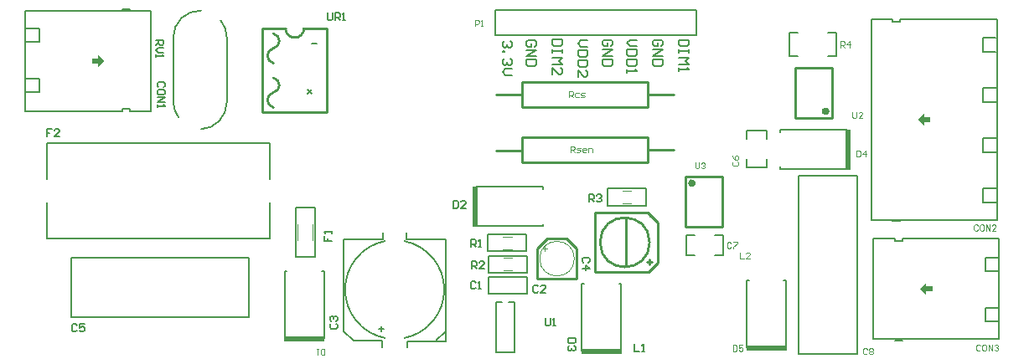
<source format=gto>
G04 Layer_Color=65535*
%FSLAX44Y44*%
%MOMM*%
G71*
G01*
G75*
%ADD28C,0.7620*%
%ADD31C,0.2540*%
%ADD43C,0.1000*%
%ADD44C,0.2000*%
%ADD45C,0.1270*%
%ADD46C,0.1778*%
%ADD47C,0.1780*%
%ADD48C,0.1016*%
%ADD49R,0.5080X4.1656*%
%ADD50R,4.1656X0.5080*%
G36*
X915162Y-286512D02*
X921512D01*
Y-291592D01*
X915162D01*
Y-295402D01*
X908812Y-289052D01*
X915162Y-282702D01*
Y-286512D01*
D02*
G37*
G36*
X913130Y-114808D02*
X919480D01*
Y-119888D01*
X913130D01*
Y-123698D01*
X906780Y-117348D01*
X913130Y-110998D01*
Y-114808D01*
D02*
G37*
G36*
X85090Y-58166D02*
X78740Y-64516D01*
Y-60706D01*
X72390D01*
Y-55626D01*
X78740D01*
Y-51816D01*
X85090Y-58166D01*
D02*
G37*
D28*
X678561Y-181864D02*
G03*
X678584Y-181857I-318J1030D01*
G01*
X813689Y-109220D02*
G03*
X813666Y-109227I318J-1030D01*
G01*
D31*
X267967Y-25418D02*
G03*
X286667Y-25319I9350J49D01*
G01*
X255727Y-45542D02*
G03*
X255727Y-30531I-1702J7506D01*
G01*
Y-45517D02*
G03*
X255727Y-60528I1702J-7506D01*
G01*
Y-90246D02*
G03*
X255727Y-75235I-1702J7506D01*
G01*
Y-90221D02*
G03*
X255727Y-105232I1702J-7506D01*
G01*
X635870Y-241808D02*
G03*
X635870Y-241808I-25000J0D01*
G01*
X671703Y-175260D02*
X709549D01*
Y-226060D02*
Y-175260D01*
X671703Y-226060D02*
X709549D01*
X671703D02*
Y-175260D01*
X481076Y-148590D02*
X506730D01*
X506476Y-148336D02*
X506730Y-148082D01*
Y-135382D01*
X633730D01*
Y-160782D02*
Y-135382D01*
X506730Y-160782D02*
X633730D01*
X506730D02*
Y-148590D01*
X633730Y-148082D02*
X660146D01*
X481076Y-92456D02*
X506730D01*
X506476Y-92202D02*
X506730Y-91948D01*
Y-79248D01*
X633730D01*
Y-104648D02*
Y-79248D01*
X506730Y-104648D02*
X633730D01*
X506730D02*
Y-92456D01*
X633730Y-91948D02*
X660146D01*
X782701Y-115824D02*
X820547D01*
X782701D02*
Y-65024D01*
X820547D01*
Y-115824D02*
Y-65024D01*
X309870Y-110419D02*
Y-25418D01*
X244866Y-110419D02*
X309867D01*
X244869D02*
Y-25418D01*
X286768D02*
X309870D01*
X244869D02*
X267970D01*
X552290Y-238318D02*
X562290Y-248318D01*
X532290Y-238318D02*
X552290D01*
X522290Y-248318D02*
X532290Y-238318D01*
X522290Y-278318D02*
Y-248318D01*
Y-278318D02*
X562290D01*
Y-248318D01*
X633370Y-261808D02*
X638370D01*
X580870Y-271808D02*
Y-211808D01*
X643870Y-223808D02*
Y-221808D01*
X633870Y-211808D02*
X643870Y-221808D01*
Y-262808D02*
Y-260808D01*
X635870Y-270808D02*
X643870Y-262808D01*
X580870Y-211808D02*
X633870D01*
X635870Y-213808D02*
X643870Y-221808D01*
X580870Y-271808D02*
X634870D01*
X643870Y-262808D01*
Y-221808D01*
X611870Y-265808D02*
Y-217808D01*
X635870Y-264308D02*
Y-259308D01*
D43*
X559790Y-258318D02*
G03*
X559790Y-258318I-17500J0D01*
G01*
X529790Y-248318D02*
Y-245818D01*
Y-250818D02*
Y-248318D01*
X527290D02*
X532290D01*
X844804Y-149196D02*
Y-155194D01*
X847803D01*
X848803Y-154194D01*
Y-150196D01*
X847803Y-149196D01*
X844804D01*
X853801Y-155194D02*
Y-149196D01*
X850802Y-152195D01*
X854801D01*
X720090Y-345790D02*
Y-351788D01*
X723089D01*
X724089Y-350788D01*
Y-346790D01*
X723089Y-345790D01*
X720090D01*
X730087D02*
X726088D01*
Y-348789D01*
X728087Y-347789D01*
X729087D01*
X730087Y-348789D01*
Y-350788D01*
X729087Y-351788D01*
X727088D01*
X726088Y-350788D01*
X307467Y-355629D02*
Y-349631D01*
X304468D01*
X303468Y-350631D01*
Y-354629D01*
X304468Y-355629D01*
X307467D01*
X301469Y-349631D02*
X299470D01*
X300469D01*
Y-355629D01*
X301469Y-354629D01*
X855661Y-350164D02*
X854661Y-349164D01*
X852662D01*
X851662Y-350164D01*
Y-354162D01*
X852662Y-355162D01*
X854661D01*
X855661Y-354162D01*
X857660Y-350164D02*
X858660Y-349164D01*
X860659D01*
X861659Y-350164D01*
Y-351163D01*
X860659Y-352163D01*
X861659Y-353163D01*
Y-354162D01*
X860659Y-355162D01*
X858660D01*
X857660Y-354162D01*
Y-353163D01*
X858660Y-352163D01*
X857660Y-351163D01*
Y-350164D01*
X858660Y-352163D02*
X860659D01*
X681990Y-161134D02*
Y-166132D01*
X682990Y-167132D01*
X684989D01*
X685989Y-166132D01*
Y-161134D01*
X687988Y-162134D02*
X688988Y-161134D01*
X690987D01*
X691987Y-162134D01*
Y-163133D01*
X690987Y-164133D01*
X689987D01*
X690987D01*
X691987Y-165133D01*
Y-166132D01*
X690987Y-167132D01*
X688988D01*
X687988Y-166132D01*
X556006Y-150368D02*
Y-144370D01*
X559005D01*
X560005Y-145370D01*
Y-147369D01*
X559005Y-148369D01*
X556006D01*
X558005D02*
X560005Y-150368D01*
X562004D02*
X565003D01*
X566003Y-149368D01*
X565003Y-148369D01*
X563004D01*
X562004Y-147369D01*
X563004Y-146369D01*
X566003D01*
X571001Y-150368D02*
X569002D01*
X568002Y-149368D01*
Y-147369D01*
X569002Y-146369D01*
X571001D01*
X572001Y-147369D01*
Y-148369D01*
X568002D01*
X574000Y-150368D02*
Y-146369D01*
X576999D01*
X577999Y-147369D01*
Y-150368D01*
X727202Y-252066D02*
Y-258064D01*
X731201D01*
X737199D02*
X733200D01*
X737199Y-254065D01*
Y-253066D01*
X736199Y-252066D01*
X734200D01*
X733200Y-253066D01*
X970215Y-346284D02*
X969215Y-345284D01*
X967216D01*
X966216Y-346284D01*
Y-350282D01*
X967216Y-351282D01*
X969215D01*
X970215Y-350282D01*
X975213Y-345284D02*
X973214D01*
X972214Y-346284D01*
Y-350282D01*
X973214Y-351282D01*
X975213D01*
X976213Y-350282D01*
Y-346284D01*
X975213Y-345284D01*
X978212Y-351282D02*
Y-345284D01*
X982211Y-351282D01*
Y-345284D01*
X984210Y-346284D02*
X985210Y-345284D01*
X987209D01*
X988209Y-346284D01*
Y-347283D01*
X987209Y-348283D01*
X986209D01*
X987209D01*
X988209Y-349283D01*
Y-350282D01*
X987209Y-351282D01*
X985210D01*
X984210Y-350282D01*
X718247Y-242652D02*
X717247Y-241652D01*
X715248D01*
X714248Y-242652D01*
Y-246650D01*
X715248Y-247650D01*
X717247D01*
X718247Y-246650D01*
X720246Y-241652D02*
X724245D01*
Y-242652D01*
X720246Y-246650D01*
Y-247650D01*
X554482Y-94742D02*
Y-88744D01*
X557481D01*
X558481Y-89744D01*
Y-91743D01*
X557481Y-92743D01*
X554482D01*
X556481D02*
X558481Y-94742D01*
X564479Y-90743D02*
X561480D01*
X560480Y-91743D01*
Y-93742D01*
X561480Y-94742D01*
X564479D01*
X566478D02*
X569477D01*
X570477Y-93742D01*
X569477Y-92743D01*
X567478D01*
X566478Y-91743D01*
X567478Y-90743D01*
X570477D01*
X828824Y-44450D02*
Y-38452D01*
X831823D01*
X832823Y-39452D01*
Y-41451D01*
X831823Y-42451D01*
X828824D01*
X830823D02*
X832823Y-44450D01*
X837821D02*
Y-38452D01*
X834822Y-41451D01*
X838821D01*
X967675Y-224872D02*
X966675Y-223872D01*
X964676D01*
X963676Y-224872D01*
Y-228870D01*
X964676Y-229870D01*
X966675D01*
X967675Y-228870D01*
X972673Y-223872D02*
X970674D01*
X969674Y-224872D01*
Y-228870D01*
X970674Y-229870D01*
X972673D01*
X973673Y-228870D01*
Y-224872D01*
X972673Y-223872D01*
X975672Y-229870D02*
Y-223872D01*
X979671Y-229870D01*
Y-223872D01*
X985669Y-229870D02*
X981670D01*
X985669Y-225871D01*
Y-224872D01*
X984669Y-223872D01*
X982670D01*
X981670Y-224872D01*
X720299Y-160212D02*
X719299Y-161212D01*
Y-163211D01*
X720299Y-164211D01*
X724297D01*
X725297Y-163211D01*
Y-161212D01*
X724297Y-160212D01*
X719299Y-154214D02*
X720299Y-156214D01*
X722298Y-158213D01*
X724297D01*
X725297Y-157213D01*
Y-155214D01*
X724297Y-154214D01*
X723298D01*
X722298Y-155214D01*
Y-158213D01*
X840994Y-110080D02*
Y-115078D01*
X841994Y-116078D01*
X843993D01*
X844993Y-115078D01*
Y-110080D01*
X850991Y-116078D02*
X846992D01*
X850991Y-112079D01*
Y-111080D01*
X849991Y-110080D01*
X847992D01*
X846992Y-111080D01*
X459486Y-22860D02*
Y-16862D01*
X462485D01*
X463485Y-17862D01*
Y-19861D01*
X462485Y-20861D01*
X459486D01*
X465484Y-22860D02*
X467483D01*
X466484D01*
Y-16862D01*
X465484Y-17862D01*
D44*
X154610Y-100310D02*
G03*
X160140Y-115670I26980J1038D01*
G01*
X182648Y-127290D02*
G03*
X208610Y-100310I-1038J26980D01*
G01*
Y-34310D02*
G03*
X202596Y-17322I-27000J0D01*
G01*
X182609Y-7329D02*
G03*
X154610Y-34310I-999J-26981D01*
G01*
X479552Y-32258D02*
X682752D01*
Y-6858D01*
X479552D02*
X682752D01*
X479552Y-32258D02*
Y-6858D01*
X208610Y-100310D02*
Y-34310D01*
X154610Y-100310D02*
Y-34310D01*
X493141Y-302514D02*
X499756D01*
Y-353314D02*
Y-302514D01*
X480706Y-353314D02*
X499756D01*
X480706D02*
Y-302514D01*
X486791D01*
D45*
X368400Y-240531D02*
G03*
X368400Y-338589I9806J-49029D01*
G01*
X388206Y-338618D02*
G03*
X388206Y-240560I-9806J49029D01*
G01*
X251946Y-237738D02*
Y-201738D01*
X26946Y-237738D02*
X251946D01*
X26946D02*
Y-201738D01*
Y-177738D02*
Y-141738D01*
X251946D01*
Y-177738D02*
Y-141738D01*
X472694Y-250952D02*
X511556D01*
Y-233934D01*
X472694D02*
X511556D01*
X472694Y-250952D02*
Y-233934D01*
X278384Y-256794D02*
Y-206502D01*
Y-256794D02*
X297942D01*
Y-206502D01*
X278384D02*
X297942D01*
X473456Y-276606D02*
X512318D01*
X473456Y-293624D02*
Y-276606D01*
Y-293624D02*
X512318D01*
Y-276606D01*
X473456Y-255270D02*
X512318D01*
X473456Y-272288D02*
Y-255270D01*
Y-272288D02*
X512318D01*
Y-255270D01*
X429706Y-341810D02*
Y-238810D01*
X429706Y-341810D02*
X429706Y-341810D01*
X390956Y-341810D02*
X429706D01*
X390956D02*
X419706D01*
X411206D02*
X411206Y-341810D01*
X390956Y-341810D02*
X411206D01*
X419706Y-341560D02*
X429706Y-331560D01*
X390956Y-341810D02*
X404706D01*
X389956Y-238810D02*
Y-232060D01*
X326706Y-331560D02*
X336706Y-341560D01*
X365956D01*
X390956Y-348310D02*
Y-341810D01*
X365956Y-348310D02*
Y-341810D01*
X389956Y-238810D02*
X429706D01*
X389956Y-238810D02*
X389956Y-238810D01*
X326706Y-331560D02*
Y-238810D01*
X366456D02*
Y-231810D01*
X326706Y-238810D02*
X366456D01*
X593090Y-204470D02*
X631952D01*
Y-187452D01*
X593090D02*
X631952D01*
X593090Y-204470D02*
Y-187452D01*
X495503Y-37846D02*
X497169Y-39512D01*
Y-42844D01*
X495503Y-44510D01*
X493837D01*
X492170Y-42844D01*
Y-41178D01*
Y-42844D01*
X490504Y-44510D01*
X488838D01*
X487172Y-42844D01*
Y-39512D01*
X488838Y-37846D01*
X487172Y-47843D02*
X488838D01*
Y-49509D01*
X487172D01*
Y-47843D01*
X495503Y-56173D02*
X497169Y-57840D01*
Y-61172D01*
X495503Y-62838D01*
X493837D01*
X492170Y-61172D01*
Y-59506D01*
Y-61172D01*
X490504Y-62838D01*
X488838D01*
X487172Y-61172D01*
Y-57840D01*
X488838Y-56173D01*
X497169Y-66170D02*
X490504D01*
X487172Y-69503D01*
X490504Y-72835D01*
X497169D01*
X519379Y-43748D02*
X521045Y-42082D01*
Y-38750D01*
X519379Y-37084D01*
X512714D01*
X511048Y-38750D01*
Y-42082D01*
X512714Y-43748D01*
X516046D01*
Y-40416D01*
X511048Y-47081D02*
X521045D01*
X511048Y-53745D01*
X521045D01*
Y-57078D02*
X511048D01*
Y-62076D01*
X512714Y-63742D01*
X519379D01*
X521045Y-62076D01*
Y-57078D01*
X547461Y-36576D02*
X537464D01*
Y-41574D01*
X539130Y-43240D01*
X545795D01*
X547461Y-41574D01*
Y-36576D01*
Y-46573D02*
Y-49905D01*
Y-48239D01*
X537464D01*
Y-46573D01*
Y-49905D01*
Y-54903D02*
X547461D01*
X544128Y-58236D01*
X547461Y-61568D01*
X537464D01*
Y-71565D02*
Y-64900D01*
X544128Y-71565D01*
X545795D01*
X547461Y-69899D01*
Y-66566D01*
X545795Y-64900D01*
X547461Y-36576D02*
X537464D01*
Y-41574D01*
X539130Y-43240D01*
X545795D01*
X547461Y-41574D01*
Y-36576D01*
Y-46573D02*
Y-49905D01*
Y-48239D01*
X537464D01*
Y-46573D01*
Y-49905D01*
Y-54903D02*
X547461D01*
X544128Y-58236D01*
X547461Y-61568D01*
X537464D01*
Y-71565D02*
Y-64900D01*
X544128Y-71565D01*
X545795D01*
X547461Y-69899D01*
Y-66566D01*
X545795Y-64900D01*
X573369Y-37592D02*
X566704D01*
X563372Y-40924D01*
X566704Y-44257D01*
X573369D01*
Y-47589D02*
X563372D01*
Y-52587D01*
X565038Y-54253D01*
X571703D01*
X573369Y-52587D01*
Y-47589D01*
Y-57586D02*
X563372D01*
Y-62584D01*
X565038Y-64250D01*
X571703D01*
X573369Y-62584D01*
Y-57586D01*
X563372Y-74247D02*
Y-67582D01*
X570037Y-74247D01*
X571703D01*
X573369Y-72581D01*
Y-69248D01*
X571703Y-67582D01*
X596849Y-43495D02*
X598515Y-41828D01*
Y-38496D01*
X596849Y-36830D01*
X590184D01*
X588518Y-38496D01*
Y-41828D01*
X590184Y-43495D01*
X593516D01*
Y-40162D01*
X588518Y-46827D02*
X598515D01*
X588518Y-53491D01*
X598515D01*
Y-56824D02*
X588518D01*
Y-61822D01*
X590184Y-63488D01*
X596849D01*
X598515Y-61822D01*
Y-56824D01*
X623153Y-36830D02*
X616488D01*
X613156Y-40162D01*
X616488Y-43495D01*
X623153D01*
Y-46827D02*
X613156D01*
Y-51825D01*
X614822Y-53491D01*
X621487D01*
X623153Y-51825D01*
Y-46827D01*
Y-56824D02*
X613156D01*
Y-61822D01*
X614822Y-63488D01*
X621487D01*
X623153Y-61822D01*
Y-56824D01*
X613156Y-66820D02*
Y-70153D01*
Y-68486D01*
X623153D01*
X621487Y-66820D01*
X647649Y-43495D02*
X649315Y-41828D01*
Y-38496D01*
X647649Y-36830D01*
X640984D01*
X639318Y-38496D01*
Y-41828D01*
X640984Y-43495D01*
X644316D01*
Y-40162D01*
X639318Y-46827D02*
X649315D01*
X639318Y-53491D01*
X649315D01*
Y-56824D02*
X639318D01*
Y-61822D01*
X640984Y-63488D01*
X647649D01*
X649315Y-61822D01*
Y-56824D01*
X675477Y-36830D02*
X665480D01*
Y-41828D01*
X667146Y-43495D01*
X673811D01*
X675477Y-41828D01*
Y-36830D01*
Y-46827D02*
Y-50159D01*
Y-48493D01*
X665480D01*
Y-46827D01*
Y-50159D01*
Y-55157D02*
X675477D01*
X672144Y-58490D01*
X675477Y-61822D01*
X665480D01*
Y-65154D02*
Y-68486D01*
Y-66820D01*
X675477D01*
X673811Y-65154D01*
X310388Y-9401D02*
Y-15748D01*
X311658Y-17018D01*
X314197D01*
X315466Y-15748D01*
Y-9401D01*
X318006Y-17018D02*
Y-9401D01*
X321814D01*
X323084Y-10670D01*
Y-13209D01*
X321814Y-14479D01*
X318006D01*
X320545D02*
X323084Y-17018D01*
X325623D02*
X328162D01*
X326893D01*
Y-9401D01*
X325623Y-10670D01*
X530352Y-318519D02*
Y-324866D01*
X531622Y-326136D01*
X534161D01*
X535430Y-324866D01*
Y-318519D01*
X537970Y-326136D02*
X540509D01*
X539239D01*
Y-318519D01*
X537970Y-319788D01*
X137160Y-36830D02*
X144777D01*
Y-40639D01*
X143508Y-41908D01*
X140969D01*
X139699Y-40639D01*
Y-36830D01*
Y-39369D02*
X137160Y-41908D01*
X144777Y-44447D02*
X139699D01*
X137160Y-46987D01*
X139699Y-49526D01*
X144777D01*
X137160Y-52065D02*
Y-54604D01*
Y-53335D01*
X144777D01*
X143508Y-52065D01*
X574548Y-200660D02*
Y-193043D01*
X578357D01*
X579626Y-194312D01*
Y-196851D01*
X578357Y-198121D01*
X574548D01*
X577087D02*
X579626Y-200660D01*
X582165Y-194312D02*
X583435Y-193043D01*
X585974D01*
X587244Y-194312D01*
Y-195582D01*
X585974Y-196851D01*
X584705D01*
X585974D01*
X587244Y-198121D01*
Y-199390D01*
X585974Y-200660D01*
X583435D01*
X582165Y-199390D01*
X455930Y-268732D02*
Y-261115D01*
X459739D01*
X461008Y-262384D01*
Y-264923D01*
X459739Y-266193D01*
X455930D01*
X458469D02*
X461008Y-268732D01*
X468626D02*
X463548D01*
X468626Y-263654D01*
Y-262384D01*
X467356Y-261115D01*
X464817D01*
X463548Y-262384D01*
X455422Y-246380D02*
Y-238762D01*
X459231D01*
X460500Y-240032D01*
Y-242571D01*
X459231Y-243841D01*
X455422D01*
X457961D02*
X460500Y-246380D01*
X463040D02*
X465579D01*
X464309D01*
Y-238762D01*
X463040Y-240032D01*
X620776Y-344935D02*
Y-352552D01*
X625854D01*
X628394D02*
X630933D01*
X629663D01*
Y-344935D01*
X628394Y-346204D01*
X307089Y-235206D02*
Y-240284D01*
X310897D01*
Y-237745D01*
Y-240284D01*
X314706D01*
Y-232666D02*
Y-230127D01*
Y-231397D01*
X307089D01*
X308358Y-232666D01*
X32002Y-127256D02*
X26924D01*
Y-131065D01*
X29463D01*
X26924D01*
Y-134874D01*
X39620D02*
X34541D01*
X39620Y-129796D01*
Y-128526D01*
X38350Y-127256D01*
X35811D01*
X34541Y-128526D01*
X560830Y-338836D02*
X553212D01*
Y-342645D01*
X554482Y-343914D01*
X559560D01*
X560830Y-342645D01*
Y-338836D01*
X559560Y-346454D02*
X560830Y-347723D01*
Y-350262D01*
X559560Y-351532D01*
X558290D01*
X557021Y-350262D01*
Y-348993D01*
Y-350262D01*
X555751Y-351532D01*
X554482D01*
X553212Y-350262D01*
Y-347723D01*
X554482Y-346454D01*
X437388Y-199646D02*
Y-207264D01*
X441197D01*
X442466Y-205994D01*
Y-200916D01*
X441197Y-199646D01*
X437388D01*
X450084Y-207264D02*
X445005D01*
X450084Y-202186D01*
Y-200916D01*
X448814Y-199646D01*
X446275D01*
X445005Y-200916D01*
X145032Y-84834D02*
X146301Y-83565D01*
Y-81026D01*
X145032Y-79756D01*
X139954D01*
X138684Y-81026D01*
Y-83565D01*
X139954Y-84834D01*
X146301Y-91182D02*
Y-88643D01*
X145032Y-87374D01*
X139954D01*
X138684Y-88643D01*
Y-91182D01*
X139954Y-92452D01*
X145032D01*
X146301Y-91182D01*
X138684Y-94991D02*
X146301D01*
X138684Y-100069D01*
X146301D01*
X138684Y-102609D02*
Y-105148D01*
Y-103878D01*
X146301D01*
X145032Y-102609D01*
X574292Y-262380D02*
X575561Y-261111D01*
Y-258572D01*
X574292Y-257302D01*
X569214D01*
X567944Y-258572D01*
Y-261111D01*
X569214Y-262380D01*
X567944Y-268728D02*
X575561D01*
X571753Y-264919D01*
Y-269998D01*
X314200Y-323852D02*
X312931Y-325121D01*
Y-327660D01*
X314200Y-328930D01*
X319278D01*
X320548Y-327660D01*
Y-325121D01*
X319278Y-323852D01*
X314200Y-321312D02*
X312931Y-320043D01*
Y-317504D01*
X314200Y-316234D01*
X315470D01*
X316739Y-317504D01*
Y-318773D01*
Y-317504D01*
X318009Y-316234D01*
X319278D01*
X320548Y-317504D01*
Y-320043D01*
X319278Y-321312D01*
X57402Y-325884D02*
X56133Y-324614D01*
X53594D01*
X52324Y-325884D01*
Y-330962D01*
X53594Y-332232D01*
X56133D01*
X57402Y-330962D01*
X65020Y-324614D02*
X59942D01*
Y-328423D01*
X62481Y-327154D01*
X63750D01*
X65020Y-328423D01*
Y-330962D01*
X63750Y-332232D01*
X61211D01*
X59942Y-330962D01*
X523238Y-286448D02*
X521969Y-285179D01*
X519430D01*
X518160Y-286448D01*
Y-291526D01*
X519430Y-292796D01*
X521969D01*
X523238Y-291526D01*
X530856Y-292796D02*
X525778D01*
X530856Y-287718D01*
Y-286448D01*
X529586Y-285179D01*
X527047D01*
X525778Y-286448D01*
X460246Y-282450D02*
X458977Y-281180D01*
X456438D01*
X455168Y-282450D01*
Y-287528D01*
X456438Y-288798D01*
X458977D01*
X460246Y-287528D01*
X462785Y-288798D02*
X465325D01*
X464055D01*
Y-281180D01*
X462785Y-282450D01*
X290581Y-87498D02*
X294172Y-91089D01*
Y-87498D02*
X290581Y-91089D01*
X294538Y-40794D02*
X299617D01*
X364647Y-331560D02*
Y-326482D01*
X362108Y-329021D02*
X367186D01*
D46*
X768094Y-167767D02*
Y-165482D01*
Y-167767D02*
X835912D01*
X768094Y-127889D02*
X835912D01*
X768094Y-130174D02*
Y-127889D01*
X733933Y-279906D02*
X736218D01*
X733933Y-347724D02*
Y-279906D01*
X773811Y-347724D02*
Y-279906D01*
X771526D02*
X773811D01*
X267081Y-270764D02*
X269366D01*
X267081Y-338582D02*
Y-270764D01*
X306959Y-338582D02*
Y-270764D01*
X304674D02*
X306959D01*
X816102Y-174414D02*
X846102D01*
X786102D02*
X816102D01*
X786102Y-354414D02*
X846102D01*
Y-264414D01*
Y-174414D01*
X786102Y-264414D02*
Y-174414D01*
Y-354414D02*
Y-264414D01*
X883412Y-341122D02*
X891032D01*
X974852Y-257302D02*
X988822D01*
X974852Y-271272D02*
Y-257302D01*
Y-271272D02*
X988822D01*
X974852Y-308102D02*
X988822D01*
X974852Y-322072D02*
Y-308102D01*
Y-322072D02*
X988822D01*
Y-339852D02*
Y-238252D01*
X891032D02*
X988822D01*
X867664Y-339852D02*
X988822D01*
X861822D02*
Y-238252D01*
X883412Y-240792D02*
Y-238252D01*
Y-240792D02*
X891032D01*
Y-238252D01*
X867664D02*
X883412D01*
X701802Y-234442D02*
X710438D01*
Y-244602D02*
Y-234442D01*
Y-254762D02*
Y-244602D01*
X701802Y-254762D02*
X710438D01*
X672846D02*
X681482D01*
X672846D02*
Y-244602D01*
Y-234442D01*
X681482D01*
X776862Y-53502D02*
X785862D01*
X776862D02*
Y-29302D01*
X785862D01*
X815862D02*
X824862D01*
Y-53502D02*
Y-29302D01*
X815862Y-53502D02*
X824862D01*
X881430Y-220268D02*
X889050D01*
X881430Y-18338D02*
Y-15798D01*
Y-18338D02*
X889050D01*
Y-15798D01*
X973074Y-34848D02*
X985570D01*
X972870Y-48818D02*
Y-34848D01*
X973074Y-48818D02*
X985570D01*
X972870Y-85648D02*
X986840D01*
X972870Y-99618D02*
Y-85648D01*
Y-99618D02*
X986840D01*
X972870Y-136448D02*
X986840D01*
X972870Y-150418D02*
Y-136448D01*
Y-150418D02*
X986840D01*
X972870Y-187248D02*
X986840D01*
X972870Y-201218D02*
Y-187248D01*
Y-201218D02*
X986840D01*
X859840Y-218998D02*
Y-15798D01*
Y-218998D02*
X986840D01*
X889050Y-15798D02*
X986840D01*
Y-218998D02*
Y-15798D01*
X859840D02*
X881430D01*
X754126Y-165862D02*
Y-157226D01*
X743966Y-165862D02*
X754126D01*
X733806D02*
X743966D01*
X733806D02*
Y-157226D01*
Y-136906D02*
Y-128270D01*
X743966D01*
X754126D01*
Y-136906D02*
Y-128270D01*
X528318Y-225425D02*
Y-223140D01*
X460500Y-225425D02*
X528318D01*
X460500Y-185547D02*
X528318D01*
Y-187832D02*
Y-185547D01*
X110490Y-108966D02*
X126238D01*
X102870D02*
Y-106426D01*
X110490D01*
Y-108966D02*
Y-106426D01*
X132080Y-108966D02*
Y-7366D01*
X5080D02*
X126238D01*
X5080Y-108966D02*
X102870D01*
X5080D02*
Y-7366D01*
Y-25146D02*
X19050D01*
Y-39116D02*
Y-25146D01*
X5080Y-39116D02*
X19050D01*
X5080Y-75946D02*
X19050D01*
Y-89916D02*
Y-75946D01*
X5080Y-89916D02*
X19050D01*
X102870Y-6096D02*
X110490D01*
X51224Y-287274D02*
Y-257274D01*
Y-317274D02*
Y-287274D01*
X231224Y-317274D02*
Y-257274D01*
X141224D02*
X231224D01*
X51224D02*
X141224D01*
X51224Y-317274D02*
X141224D01*
X231224D01*
X604902Y-283210D02*
X607187D01*
Y-351028D02*
Y-283210D01*
X567309Y-351028D02*
Y-283210D01*
X569594D01*
D47*
X861822Y-339852D02*
X867664D01*
X861822Y-238252D02*
X867918D01*
X125984Y-108966D02*
X132080D01*
X126238Y-7366D02*
X132080D01*
D48*
X487934Y-235966D02*
X496570D01*
X487934Y-248666D02*
X496570D01*
X295656Y-239522D02*
Y-223774D01*
X280416Y-239522D02*
Y-223774D01*
X488442Y-270256D02*
X497078D01*
X488442Y-257556D02*
X497078D01*
X608330Y-189484D02*
X616966D01*
X608330Y-202184D02*
X616966D01*
D49*
X836675Y-147828D02*
D03*
X459737Y-205486D02*
D03*
D50*
X753872Y-348487D02*
D03*
X287020Y-339345D02*
D03*
X587248Y-351791D02*
D03*
M02*

</source>
